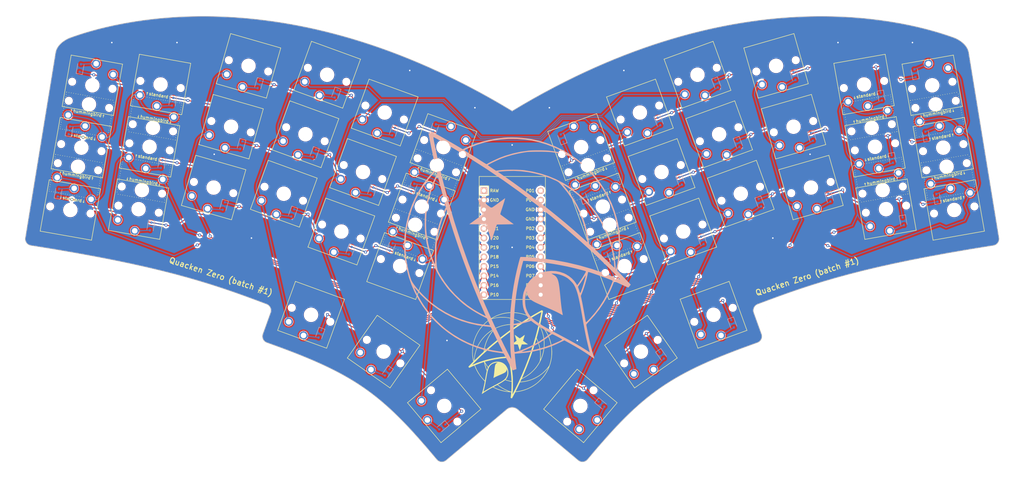
<source format=kicad_pcb>
(kicad_pcb (version 20241229) (generator "pcbnew") (generator_version "9.0")
  (title_block (title "quacken_zero") (rev "v1.0.0") (company "Unknown"))
  (layers (0 "F.Cu" signal) (2 "B.Cu" signal) (13 "F.Paste" user) (15 "B.Paste" user) (5 "F.SilkS" user "F.Silkscreen") (7 "B.SilkS" user "B.Silkscreen") (1 "F.Mask" user) (3 "B.Mask" user) (25 "Edge.Cuts" user))
  (net 0 "")
  (net 1 "RAW")
  (net 2 "GND")
  (net 3 "RST")
  (net 4 "VCC")
  (net 5 "P21")
  (net 6 "P20")
  (net 7 "P19")
  (net 8 "P18")
  (net 9 "P15")
  (net 10 "P14")
  (net 11 "P16")
  (net 12 "P10")
  (net 13 "P1")
  (net 14 "P0")
  (net 15 "P2")
  (net 16 "P3")
  (net 17 "P4")
  (net 18 "P5")
  (net 19 "P6")
  (net 20 "P7")
  (net 21 "P8")
  (net 22 "P9")
  (net 23 "pinky_bottom")
  (net 24 "pinky_home")
  (net 25 "pinky_top")
  (net 26 "ring_bottom")
  (net 27 "ring_home")
  (net 28 "ring_top")
  (net 29 "middle_bottom")
  (net 30 "middle_home")
  (net 31 "middle_top")
  (net 32 "index_bottom")
  (net 33 "index_home")
  (net 34 "index_top")
  (net 35 "tucky_default")
  (net 36 "comfy_default")
  (net 37 "reachy_default")
  (net 38 "mirror_pinky_bottom")
  (net 39 "mirror_pinky_home")
  (net 40 "mirror_pinky_top")
  (net 41 "mirror_ring_bottom")
  (net 42 "mirror_ring_home")
  (net 43 "mirror_ring_top")
  (net 44 "mirror_middle_bottom")
  (net 45 "mirror_middle_home")
  (net 46 "mirror_middle_top")
  (net 47 "mirror_index_bottom")
  (net 48 "mirror_index_home")
  (net 49 "mirror_index_top")
  (net 50 "mirror_tucky_default")
  (net 51 "mirror_comfy_default")
  (net 52 "mirror_reachy_default")
  (net 53 "outer_bottom")
  (net 54 "outer_home")
  (net 55 "outer_top")
  (net 56 "inner_bottom")
  (net 57 "inner_home")
  (net 58 "inner_top")
  (net 59 "mirror_outer_bottom")
  (net 60 "mirror_outer_home")
  (net 61 "mirror_outer_top")
  (net 62 "mirror_inner_bottom")
  (net 63 "mirror_inner_home")
  (net 64 "mirror_inner_top")
  (footprint "PG1350" (layer "F.Cu") (at 302.897782 117.238909 -170)
    (property "Reference" "S16" (hide yes))
    (property "Value" "" (hide yes))
  )
  (footprint "PG1350" (layer "F.Cu") (at 86.817003 100.719856 -10)
    (property "Reference" "S32" (hide yes))
    (property "Value" "" (hide yes))
  )
  (footprint "PG1350" (layer "F.Cu") (at 102.181928 117.238907 170)
    (property "Reference" "S1" (hide yes))
    (property "Value" "" (hide yes))
  )
  (footprint "PG1350" (layer "F.Cu") (at 127.020505 95.096133 164)
    (property "Reference" "S5" (hide yes))
    (property "Value" "" (hide yes))
  )
  (footprint "PG1350" (layer "F.Cu") (at 184.049209 100.566425 -20)
    (property "Reference" "S36" (hide yes))
    (property "Value" "" (hide yes))
  )
  (footprint "PG1350" (layer "F.Cu") (at 256.579933 145.609217 -160)
    (property "Reference" "S28" (hide yes))
    (property "Value" "" (hide yes))
  )
  (footprint "PG1350" (layer "F.Cu") (at 315.310687 83.978128 10)
    (property "Reference" "S39" (hide yes))
    (property "Value" "" (hide yes))
  )
  (footprint "PG1350" (layer "F.Cu") (at 242.625513 107.269755 -160)
    (property "Reference" "S26" (hide yes))
    (property "Value" "" (hide yes))
  )
  (footprint "PG1350" (layer "F.Cu") (at 263.900733 113.094476 -160)
    (property "Reference" "S22" (hide yes))
    (property "Value" "" (hide yes))
  )
  (footprint "ProMicro" (layer "F.Cu") (at 202.539855 126.244529 -90)
    (property "Reference" "MCU1" (hide yes))
    (property "Value" "" (hide yes))
  )
  (footprint "PG1350" (layer "F.Cu") (at 131.706342 78.754685 164)
    (property "Reference" "S6" (hide yes))
    (property "Value" "" (hide yes))
  )
  (footprint "PG1350" (layer "F.Cu") (at 248.439855 123.244532 -160)
    (property "Reference" "S25" (hide yes))
    (property "Value" "" (hide yes))
  )
  (footprint "PG1350" (layer "F.Cu") (at 89.769023 83.978125 -10)
    (property "Reference" "S33" (hide yes))
    (property "Value" "" (hide yes))
  )
  (footprint "Library:logo_ergol_small" (layer "F.Cu") (at 202.504404 155.664972)
    (property "Reference" "G***" (hide yes))
    (property "Value" "LOGO" (hide yes))
  )
  (footprint "PG1350" (layer "F.Cu") (at 178.234865 116.541201 -20)
    (property "Reference" "S35" (hide yes))
    (property "Value" "" (hide yes))
  )
  (footprint "PG1350" (layer "F.Cu") (at 148.499777 145.609215 160)
    (property "Reference" "S13" (hide yes))
    (property "Value" "" (hide yes))
  )
  (footprint "PG1350" (layer "F.Cu") (at 299.945763 100.497179 -170)
    (property "Reference" "S17" (hide yes))
    (property "Value" "" (hide yes))
  )
  (footprint "PG1350" (layer "F.Cu") (at 282.745035 111.437582 -164)
    (property "Reference" "S19" (hide yes))
    (property "Value" "" (hide yes))
  )
  (footprint "PG1350" (layer "F.Cu") (at 226.84484 116.5412 20)
    (property "Reference" "S41" (hide yes))
    (property "Value" "" (hide yes))
  )
  (footprint "PG1350" (layer "F.Cu") (at 252.27205 81.144925 -160)
    (property "Reference" "S24" (hide yes))
    (property "Value" "" (hide yes))
  )
  (footprint "PG1350" (layer "F.Cu") (at 237.090656 155.489817 -145)
    (property "Reference" "S29" (hide yes))
    (property "Value" "" (hide yes))
  )
  (footprint "PG1350" (layer "F.Cu") (at 152.807656 81.144926 160)
    (property "Reference" "S9" (hide yes))
    (property "Value" "" (hide yes))
  )
  (footprint "PG1350" (layer "F.Cu") (at 83.864982 117.461591 -10)
    (property "Reference" "S31" (hide yes))
    (property "Value" "" (hide yes))
  )
  (footprint "PG1350" (layer "F.Cu") (at 184.256957 170.077942 130)
    (property "Reference" "S15" (hide yes))
    (property "Value" "" (hide yes))
  )
  (footprint "PG1350" (layer "F.Cu") (at 167.989053 155.489816 145)
    (property "Reference" "S14" (hide yes))
    (property "Value" "" (hide yes))
  )
  (footprint "PG1350" (layer "F.Cu") (at 168.268536 91.294984 160)
    (property "Reference" "S12" (hide yes))
    (property "Value" "" (hide yes))
  )
  (footprint "PG1350" (layer "F.Cu") (at 105.133944 100.497179 170)
    (property "Reference" "S2" (hide yes))
    (property "Value" "" (hide yes))
  )
  (footprint "PG1350" (layer "F.Cu") (at 258.08639 97.119699 -160)
    (property "Reference" "S23" (hide yes))
    (property "Value" "" (hide yes))
  )
  (footprint "PG1350" (layer "F.Cu") (at 141.178978 113.094476 160)
    (property "Reference" "S7" (hide yes))
    (property "Value" "" (hide yes))
  )
  (footprint "PG1350" (layer "F.Cu") (at 318.262705 100.719854 10)
    (property "Reference" "S38" (hide yes))
    (property "Value" "" (hide yes))
  )
  (footprint "PG1350" (layer "F.Cu") (at 236.811166 91.294981 -160)
    (property "Reference" "S27" (hide yes))
    (property "Value" "" (hide yes))
  )
  (footprint "PG1350" (layer "F.Cu") (at 156.639856 123.244531 160)
    (property "Reference" "S10" (hide yes))
    (property "Value" "" (hide yes))
  )
  (footprint "PG1350" (layer "F.Cu") (at 172.420523 132.515976 -20)
    (property "Reference" "S34" (hide yes))
    (property "Value" "" (hide yes))
  )
  (footprint "PG1350" (layer "F.Cu") (at 296.993745 83.755448 -170)
    (property "Reference" "S18" (hide yes))
    (property "Value" "" (hide yes))
  )
  (footprint "PG1350" (layer "F.Cu") (at 220.822749 170.077938 -130)
    (property "Reference" "S30" (hide yes))
    (property "Value" "" (hide yes))
  )
  (footprint "PG1350" (layer "F.Cu") (at 232.659183 132.515972 20)
    (property "Reference" "S40" (hide yes))
    (property "Value" "" (hide yes))
  )
  (footprint "PG1350" (layer "F.Cu") (at 122.334669 111.43758 164)
    (property "Reference" "S4" (hide yes))
    (property "Value" "" (hide yes))
  )
  (footprint "PG1350" (layer "F.Cu") (at 221.030498 100.566425 20)
    (property "Reference" "S42" (hide yes))
    (property "Value" "" (hide yes))
  )
  (footprint "PG1350" (layer "F.Cu") (at 273.373367 78.754684 -164)
    (property "Reference" "S21" (hide yes))
    (property "Value" "" (hide yes))
  )
  (footprint "PG1350" (layer "F.Cu") (at 278.059201 95.096132 -164)
    (property "Reference" "S20" (hide yes))
    (property "Value" "" (hide yes))
  )
  (footprint "PG1350" (layer "F.Cu") (at 321.214726 117.461588 10)
    (property "Reference" "S37" (hide yes))
    (property "Value" "" (hide yes))
  )
  (footprint "PG1350" (layer "F.Cu") (at 146.993315 97.119701 160)
    (property "Reference" "S8" (hide yes))
    (property "Value" "" (hide yes))
  )
  (footprint "PG1350" (layer "F.Cu") (at 162.454196 107.269757 160)
    (property "Reference" "S11" (hide yes))
    (property "Value" "" (hide yes))
  )
  (footprint "PG1350" (layer "F.Cu") (at 108.085965 83.755448 170)
    (property "Reference" "S3" (hide yes))
    (property "Value" "" (hide yes))
  )
  (footprint "Diode_SMD:D_SOD-323" (layer "B.Cu") (at 257.398902 83.535615 -70)
    (property "Reference" "D24" (hide yes))
    (property "Value" "" (hide yes))
  )
  (footprint "Diode_SMD:D_SOD-323" (layer "B.Cu") (at 164.844884 112.396604 -110)
    (property "Reference" "D11" (hide yes))
    (property "Value" "" (hide yes))
  )
  (footprint "Diode_SMD:D_SOD-323" (layer "B.Cu") (at 247.752363 109.660444 -70)
    (property "Reference" "D26" (hide yes))
    (property "Value" "" (hide yes))
  )
  (footprint "Diode_SMD:D_SOD-323" (layer "B.Cu") (at 227.532332 130.125285 110)
    (property "Reference" "D40" (hide yes))
    (property "Value" "" (hide yes))
  )
  (footprint "Diode_SMD:D_SOD-323" (layer "B.Cu") (at 241.938018 93.685669 -70)
    (property "Reference" "D27" (hide yes))
    (property "Value" "" (hide yes))
  )
  (footprint "Diode_SMD:D_SOD-323" (layer "B.Cu") (at 313.628878 97.475216 100)
    (property "Reference" "D38" (hide yes))
    (property "Value" "" (hide yes))
  )
  (footprint "Diode_SMD:D_SOD-323" (layer "B.Cu") (at 301.627565 87.000086 -80)
    (property "Reference" "D18" (hide yes))
    (property "Value" "" (hide yes))
  )
  (footprint "Diode_SMD:D_SOD-323" (layer "B.Cu") (at 261.706785 147.999902 -70)
    (property "Reference" "D28" (hide yes))
    (property "Value" "" (hide yes))
  )
  (footprint "Diode_SMD:D_SOD-323" (layer "B.Cu") (at 269.027587 115.485161 -70)
    (property "Reference" "D22" (hide yes))
    (property "Value" "" (hide yes))
  )
  (footprint "Diode_SMD:D_SOD-323" (layer "B.Cu") (at 221.717989 114.150512 110)
    (property "Reference" "D41" (hide yes))
    (property "Value" "" (hide yes))
  )
  (footprint "Diode_SMD:D_SOD-323" (layer "B.Cu") (at 149.384007 102.246553 -110)
    (property "Reference" "D8" (hide yes))
    (property "Value" "" (hide yes))
  )
  (footprint "Diode_SMD:D_SOD-323" (layer "B.Cu") (at 125.077169 116.385179 -106)
    (property "Reference" "D4" (hide yes))
    (property "Value" "" (hide yes))
  )
  (footprint "Diode_SMD:D_SOD-323" (layer "B.Cu") (at 80.620343 112.827761 80)
    (property "Reference" "D31" (hide yes))
    (property "Value" "" (hide yes))
  )
  (footprint "Diode_SMD:D_SOD-323" (layer "B.Cu") (at 181.65852 95.439575 70)
    (property "Reference" "D36" (hide yes))
    (property "Value" "" (hide yes))
  )
  (footprint "Diode_SMD:D_SOD-323" (layer "B.Cu") (at 155.198346 86.271772 -110)
    (property "Reference" "D9" (hide yes))
    (property "Value" "" (hide yes))
  )
  (footprint "Diode_SMD:D_SOD-323" (layer "B.Cu") (at 150.890462 150.736069 -110)
    (property "Reference" "D13" (hide yes))
    (property "Value" "" (hide yes))
  )
  (footprint "Diode_SMD:D_SOD-323" (layer "B.Cu") (at 316.5809 114.216951 100)
    (property "Reference" "D37" (hide yes))
    (property "Value" "" (hide yes))
  )
  (footprint "Diode_SMD:D_SOD-323" (layer "B.Cu") (at 175.844177 111.41435 70)
    (property "Reference" "D35" (hide yes))
    (property "Value" "" (hide yes))
  )
  (footprint "Diode_SMD:D_SOD-323" (layer "B.Cu") (at 168.971354 161.060729 -125)
    (property "Reference" "D14" (hide yes))
    (property "Value" "" (hide yes))
  )
  (footprint "Diode_SMD:D_SOD-323" (layer "B.Cu") (at 253.566706 125.635221 -70)
    (property "Reference" "D25" (hide yes))
    (property "Value" "" (hide yes))
  )
  (footprint "Diode_SMD:D_SOD-323" (layer "B.Cu") (at 108.378581 105.131002 -100)
    (property "Reference" "D2" (hide yes))
    (property "Value" "" (hide yes))
  )
  (footprint "Diode_SMD:D_SOD-323" (layer "B.Cu") (at 129.763003 100.043728 -106)
    (property "Reference" "D5" (hide yes))
    (property "Value" "" (hide yes))
  )
  (footprint "Diode_SMD:D_SOD-323" (layer "B.Cu") (at 83.572364 96.086035 80)
    (property "Reference" "D32" (hide yes))
    (property "Value" "" (hide yes))
  )
  (footprint "Diode_SMD:D_SOD-323" (layer "B.Cu") (at 287.692633 114.18008 -74)
    (property "Reference" "D19" (hide yes))
    (property "Value" "" (hide yes))
  )
  (footprint "Diode_SMD:D_SOD-323" (layer "B.Cu") (at 226.458075 169.584912 -40)
    (property "Reference" "D30" (hide yes))
    (property "Value" "" (hide yes))
  )
  (footprint "Diode_SMD:D_SOD-323" (layer "B.Cu") (at 170.659231 96.421834 -110)
    (property "Reference" "D12" (hide yes))
    (property "Value" "" (hide yes))
  )
  (footprint "Diode_SMD:D_SOD-323" (layer "B.Cu") (at 134.44884 83.70228 -106)
    (property "Reference" "D6" (hide yes))
    (property "Value" "" (hide yes))
  )
  (footprint "Diode_SMD:D_SOD-323" (layer "B.Cu") (at 242.661565 156.472119 -55)
    (property "Reference" "D29" (hide yes))
    (property "Value" "" (hide yes))
  )
  (footprint "Diode_SMD:D_SOD-323" (layer "B.Cu") (at 215.903646 98.175736 110)
    (property "Reference" "D42" (hide yes))
    (property "Value" "" (hide yes))
  )
  (footprint "Diode_SMD:D_SOD-323" (layer "B.Cu") (at 159.030542 128.371379 -110)
    (property "Reference" "D10" (hide yes))
    (property "Value" "" (hide yes))
  )
  (footprint "Diode_SMD:D_SOD-323" (layer "B.Cu") (at 283.006799 97.838632 -74)
    (property "Reference" "D20" (hide yes))
    (property "Value" "" (hide yes))
  )
  (footprint "Diode_SMD:D_SOD-323" (layer "B.Cu") (at 86.524385 79.344301 80)
    (property "Reference" "D33" (hide yes))
    (property "Value" "" (hide yes))
  )
  (footprint "Library:logo_ergol" (layer "B.Cu") (at 202.5 127 180)
    (property "Reference" "G***" (hide yes))
    (property "Value" "LOGO" (hide yes))
  )
  (footprint "Diode_SMD:D_SOD-323" (layer "B.Cu") (at 263.213243 99.510391 -70)
    (property "Reference" "D23" (hide yes))
    (property "Value" "" (hide yes))
  )
  (footprint "Diode_SMD:D_SOD-323" (layer "B.Cu") (at 304.579587 103.741817 -80)
    (property "Reference" "D17" (hide yes))
    (property "Value" "" (hide yes))
  )
  (footprint "Diode_SMD:D_SOD-323" (layer "B.Cu") (at 307.531605 120.483548 -80)
    (property "Reference" "D16" (hide yes))
    (property "Value" "" (hide yes))
  )
  (footprint "Diode_SMD:D_SOD-323" (layer "B.Cu") (at 105.426566 121.872735 -100)
    (property "Reference" "D1" (hide yes))
    (property "Value" "" (hide yes))
  )
  (footprint "Diode_SMD:D_SOD-323" (layer "B.Cu") (at 111.330604 88.389269 -100)
    (property "Reference" "D3" (hide yes))
    (property "Value" "" (hide yes))
  )
  (footprint "Diode_SMD:D_SOD-323" (layer "B.Cu") (at 278.320963 81.497181 -74)
    (property "Reference" "D21" (hide yes))
    (property "Value" "" (hide yes))
  )
  (footprint "Diode_SMD:D_SOD-323" (layer "B.Cu") (at 183.763933 175.713267 -140)
    (property "Reference" "D15" (hide yes))
    (property "Value" "" (hide yes))
  )
  (footprint "Diode_SMD:D_SOD-323" (layer "B.Cu") (at 310.676863 80.733486 100)
    (property "Reference" "D39" (hide yes))
    (property "Value" "" (hide yes))
  )
  (footprint "Diode_SMD:D_SOD-323" (layer "B.Cu") (at 170.029833 127.389125 70)
    (property "Reference" "D34" (hide yes))
    (property "Value" "" (hide yes))
  )
  (footprint "Diode_SMD:D_SOD-323" (layer "B.Cu") (at 143.569661 118.221325 -110)
    (property "Reference" "D7" (hide yes))
    (property "Value" "" (hide yes))
  )
  (gr_curve (pts (xy 182.249179 184.465132) (xy 167.301176 166.587043) (xy 160.080316 161.434049) (xy 136.617197 153.082033)) (stroke (width 0.15)) (layer "Edge.Cuts"))
  (gr_arc (start 267.401043 145.060541) (mid 267.461117 143.68417) (end 268.476855 142.753456) (stroke (width 0.15)) (layer "Edge.Cuts"))
  (gr_arc (start 184.78508 184.686994) (mid 183.471195 185.101226) (end 182.249178 184.465133) (stroke (width 0.15)) (layer "Edge.Cuts"))
  (gr_curve (pts (xy 83.641202 71.256411) (xy 83.641202 71.256411) (xy 80.308502 72.517819) (xy 79.881663 75.250675)) (stroke (width 0.15)) (layer "Edge.Cuts"))
  (gr_curve (pts (xy 202.504403 90.847103) (xy 140.904402 53.547106) (xy 94.804401 67.147103) (xy 83.641202 71.256411)) (stroke (width 0.15)) (layer "Edge.Cuts"))
  (gr_curve (pts (xy 321.367604 71.256411) (xy 321.367604 71.256411) (xy 324.700301 72.517817) (xy 325.12714 75.250673)) (stroke (width 0.15)) (layer "Edge.Cuts"))
  (gr_line (start 325.12714 75.250673) (end 333.240803 124.91039) (stroke (width 0.15)) (layer "Edge.Cuts"))
  (gr_arc (start 136.53195 142.753455) (mid 137.547646 143.684205) (end 137.607761 145.060539) (stroke (width 0.15)) (layer "Edge.Cuts"))
  (gr_line (start 79.881663 75.250675) (end 71.768002 124.910388) (stroke (width 0.15)) (layer "Edge.Cuts"))
  (gr_curve (pts (xy 270.754421 146.117808) (xy 270.754421 146.117808) (xy 270.754421 146.117808) (xy 270.754421 146.117808)) (stroke (width 0.05)) (layer "Edge.Cuts"))
  (gr_curve (pts (xy 222.759627 184.465131) (xy 237.707629 166.587043) (xy 244.928489 161.43405) (xy 268.391608 153.082033)) (stroke (width 0.15)) (layer "Edge.Cuts"))
  (gr_arc (start 200.901532 171.164971) (mid 202.501524 170.502221) (end 204.101531 171.164973) (stroke (width 0.15)) (layer "Edge.Cuts"))
  (gr_curve (pts (xy 202.504403 90.847103) (xy 264.104402 53.547107) (xy 310.204404 67.147103) (xy 321.367604 71.256411)) (stroke (width 0.15)) (layer "Edge.Cuts"))
  (gr_arc (start 222.759629 184.465133) (mid 221.537616 185.101283) (end 220.223725 184.686994) (stroke (width 0.15)) (layer "Edge.Cuts"))
  (gr_curve (pts (xy 331.78072 126.995613) (xy 297.261534 132.452226) (xy 283.852573 136.942148) (xy 268.476855 142.753456)) (stroke (width 0.15)) (layer "Edge.Cuts"))
  (gr_line (start 184.785054 184.686965) (end 200.899986 171.164971) (stroke (width 0.15)) (layer "Edge.Cuts"))
  (gr_line (start 267.405263 145.059002) (end 269.467496 150.774864) (stroke (width 0.15)) (layer "Edge.Cuts"))
  (gr_arc (start 333.240801 124.910389) (mid 332.942627 126.255388) (end 331.78072 126.995613) (stroke (width 0.15)) (layer "Edge.Cuts"))
  (gr_curve (pts (xy 73.228089 126.995612) (xy 107.747272 132.452226) (xy 121.156234 136.942149) (xy 136.53195 142.753455)) (stroke (width 0.15)) (layer "Edge.Cuts"))
  (gr_curve (pts (xy 128.903247 146.117806) (xy 128.903247 146.117806) (xy 128.903247 146.117806) (xy 128.903247 146.117806)) (stroke (width 0.05)) (layer "Edge.Cuts"))
  (gr_arc (start 136.617118 153.081939) (mid 135.601417 152.151201) (end 135.541305 150.77486) (stroke (width 0.15)) (layer "Edge.Cuts"))
  (gr_line (start 220.223725 184.686994) (end 204.10882 171.164971) (stroke (width 0.15)) (layer "Edge.Cuts"))
  (gr_arc (start 73.228089 126.995612) (mid 72.066169 126.255387) (end 71.768002 124.910388) (stroke (width 0.15)) (layer "Edge.Cuts"))
  (gr_arc (start 269.467498 150.774861) (mid 269.407388 152.151201) (end 268.391686 153.081939) (stroke (width 0.15)) (layer "Edge.Cuts"))
  (gr_line (start 137.60354 145.059002) (end 135.541307 150.774864) (stroke (width 0.15)) (layer "Edge.Cuts"))
  (gr_text "Quacken Zero (batch #1)" (at 124.004403 136.164971 342) (layer "F.SilkS") (effects (font (size 1.5 1.5) (thickness 0.25) (bold yes)) (justify bottom)))
  (gr_text "Quacken Zero (batch #1)" (at 282.004403 136.164971 18) (layer "F.SilkS") (effects (font (size 1.5 1.5) (thickness 0.25) (bold yes)) (justify bottom)))
  (via (at 220 152.5) (size 0.8) (drill 0.4) (layers "F.Cu" "B.Cu") (net 2))
  (via (at 132.5 125) (size 0.8) (drill 0.4) (layers "F.Cu" "B.Cu") (net 2))
  (via (at 112.5 72.5) (size 0.8) (drill 0.4) (layers "F.Cu" "B.Cu") (net 2))
  (via (at 122.5 102.5) (size 0.8) (drill 0.4) (layers "F.Cu" "B.Cu") (net 2))
  (via (at 202.5 100) (size 0.8) (drill 0.4) (layers "F.Cu" "B.Cu") (net 2))
  (via (at 175 80) (size 0.8) (drill 0.4) (layers "F.Cu" "B.Cu") (net 2))
  (via (at 202.5 127.5) (size 0.8) (drill 0.4) (layers "F.Cu" "B.Cu") (net 2))
  (via (at 232.5 80) (size 0.8) (drill 0.4) (layers "F.Cu" "B.Cu") (net 2))
  (via (at 95 72.5) (size 0.8) (drill 0.4) (layers "F.Cu" "B.Cu") (net 2))
  (via (at 290 72.5) (size 0.8) (drill 0.4) (layers "F.Cu" "B.Cu") (net 2))
  (via (at 272.5 125) (size 0.8) (drill 0.4) (layers "F.Cu" "B.Cu") (net 2))
  (via (at 310 72.5) (size 0.8) (drill 0.4) (layers "F.Cu" "B.Cu") (net 2))
  (via (at 212.5 90) (size 0.8) (drill 0.4) (layers "F.Cu" "B.Cu") (net 2))
  (via (at 185 152.5) (size 0.8) (drill 0.4) (layers "F.Cu" "B.Cu") (net 2))
  (via (at 282.5 102.5) (size 0.8) (drill 0.4) (layers "F.Cu" "B.Cu") (net 2))
  (via (at 192.5 90) (size 0.8) (drill 0.4) (layers "F.Cu" "B.Cu") (net 2))
  (segment (start 104.891858 85.023815) (end 105.821649 86.351694) (width 0.25) (layer "F.Cu") (net 6))
  (segment (start 174.777118 96.803237) (end 177.540628 95.058173) (width 0.25) (layer "F.Cu") (net 6))
  (segment (start 164.869985 93.197332) (end 174.777118 96.803237) (width 0.25) (layer "F.Cu") (net 6))
  (segment (start 164.258362 91.885706) (end 164.869985 93.197332) (width 0.25) (layer "F.Cu") (net 6))
  (segment (start 159.316242 86.653181) (end 161.244728 90.788834) (width 0.25) (layer "F.Cu") (net 6))
  (segment (start 177.540628 95.058173) (end 186.881959 98.45814) (width 0.25) (layer "F.Cu") (net 6))
  (segment (start 192.716562 109.530244) (end 186.891562 103.705244) (width 0.25) (layer "F.Cu") (net 6))
  (segment (start 153.669339 89.286375) (end 159.316242 86.653181) (width 0.25) (layer "F.Cu") (net 6))
  (segment (start 161.244728 90.788834) (end 164.258362 91.885706) (width 0.25) (layer "F.Cu") (net 6))
  (segment (start 186.891562 103.705244) (end 186.89156 98.478731) (width 0.25) (layer "F.Cu") (net 6))
  (segment (start 93.566568 83.026859) (end 104.891858 85.023815) (width 0.25) (layer "F.Cu") (net 6))
  (segment (start 138.583304 83.795508) (end 153.669339 89.286375) (width 0.25) (layer "F.Cu") (net 6))
  (segment (start 92.552617 81.578792) (end 93.566568 83.026859) (width 0.25) (layer "F.Cu") (net 6))
  (segment (start 90.139838 81.153352) (end 92.552617 81.578792) (width 0.25) (layer "F.Cu") (net 6))
  (segment (start 192.716563 122.771236) (end 192.716561 111.105243) (width 0.25) (layer "F.Cu") (net 6))
  (segment (start 105.821649 86.351694) (end 115.452163 88.049814) (width 0.25) (layer "F.Cu") (net 6))
  (segment (start 129.076602 90.452172) (end 138.583304 83.795508) (width 0.25) (layer "F.Cu") (net 6))
  (segment (start 115.452163 88.049814) (end 129.076602 90.452172) (width 0.25) (layer "F.Cu") (net 6))
  (segment (start 194.919854 124.97453) (end 192.716563 122.771236) (width 0.25) (layer "F.Cu") (net 6))
  (segment (start 186.881959 98.45814) (end 186.89156 98.478731) (width 0.25) (layer "F.Cu") (net 6))
  (segment (start 192.716561 111.105243) (end 192.716562 109.530244) (width 0.25) (layer "F.Cu") (net 6))
  (via (at 115.452163 88.049814) (size 0.8) (drill 0.4) (layers "F.Cu" "B.Cu") (net 6))
  (via (at 177.540628 95.058173) (size 0.8) (drill 0.4) (layers "F.Cu" "B.Cu") (net 6))
  (via (at 159.316242 86.653181) (size 0.8) (drill 0.4) (layers "F.Cu" "B.Cu") (net 6))
  (via (at 174.777118 96.803237) (size 0.8) (drill 0.4) (layers "F.Cu" "B.Cu") (net 6))
  (via (at 138.583304 83.795508) (size 0.8) (drill 0.4) (layers "F.Cu" "B.Cu") (net 6))
  (via (at 90.139838 81.153352) (size 0.8) (drill 0.4) (layers "F.Cu" "B.Cu") (net 6))
  (segment (start 111.512933 87.355219) (end 115.452163 88.049814) (width 0.25) (layer "B.Cu") (net 6))
  (segment (start 134.738258 82.692956) (end 138.583304 83.795508) (width 0.25) (layer "B.Cu") (net 6))
  (segment (start 155.557469 85.2851) (end 159.316242 86.653181) (width 0.25) (layer "B.Cu") (net 6))
  (segment (start 181.299398 96.426253) (end 177.540628 95.058173) (width 0.25) (layer "B.Cu") (net 6))
  (segment (start 171.018352 95.435155) (end 174.777118 96.803237) (width 0.25) (layer "B.Cu") (net 6))
  (segment (start 86.342053 80.37835) (end 90.139838 81.153352) (width 0.25) (layer "B.Cu") (net 6))
  (segment (start 194.919855 127.514529) (end 184.096637 116.69131) (width 0.25) (layer "F.Cu") (net 7))
  (segment (start 112.500145 104.791546) (end 124.282886 106.869162) (width 0.25) (layer "F.Cu") (net 7))
  (segment (start 90.733637 99.814976) (end 102.058926 101.811929) (width 0.25) (layer "F.Cu") (net 7))
  (segment (start 153.492406 102.679479) (end 155.420893 106.815133) (width 0.25) (layer "F.Cu") (net 7))
  (segment (start 102.058926 101.811929) (end 102.988717 103.13981) (width 0.25) (layer "F.Cu") (net 7))
  (segment (start 102.988717 103.13981) (end 112.619232 104.83793) (width 0.25) (layer "F.Cu") (net 7))
  (segment (start 158.434527 107.912004) (end 159.046148 109.223631) (width 0.25) (layer "F.Cu") (net 7))
  (segment (start 133.897471 100.136954) (end 147.908073 105.236397) (width 0.25) (layer "F.Cu") (net 7))
  (segment (start 87.306908 97.94147) (end 89.719688 98.366907) (width 0.25) (layer "F.Cu") (net 7))
  (segment (start 155.420893 106.815133) (end 158.434527 107.912004) (width 0.25) (layer "F.Cu") (net 7))
  (segment (start 124.282886 106.869162) (end 133.897471 100.136954) (width 0.25) (layer "F.Cu") (net 7))
  (segment (start 147.908073 105.236397) (end 153.501894 102.627954) (width 0.25) (layer "F.Cu") (net 7))
  (segment (start 182.319722 116.044567) (end 184.096637 116.69131) (width 0.25) (layer "F.Cu") (net 7))
  (segment (start 171.726284 111.032944) (end 181.670521 114.65235) (width 0.25) (layer "F.Cu") (net 7))
  (segment (start 181.670521 114.65235) (end 182.319722 116.044567) (width 0.25) (layer "F.Cu") (net 7))
  (segment (start 159.046148 109.223631) (end 168.953287 112.829535) (width 0.25) (layer "F.Cu") (net 7))
  (segment (start 89.719688 98.366907) (end 90.733637 99.814976) (width 0.25) (layer "F.Cu") (net 7))
  (segment (start 168.962779 112.778015) (end 171.726284 111.032944) (width 0.25) (layer "F.Cu") (net 7))
  (via (at 171.726284 111.032944) (size 0.8) (drill 0.4) (layers "F.Cu" "B.Cu") (net 7))
  (via (at 87.306908 97.94147) (size 0.8) (drill 0.4) (layers "F.Cu" "B.Cu") (net 7))
  (via (at 153.501894 102.627954) (size 0.8) (drill 0.4) (layers "F.Cu" "B.Cu") (net 7))
  (via (at 112.500145 104.791546) (size 0.8) (drill 0.4) (layers "F.Cu" "B.Cu") (net 7))
  (via (at 133.897471 100.136954) (size 0.8) (drill 0.4) (layers "F.Cu" "B.Cu") (net 7))
  (via (at 168.962779 112.778015) (size 0.8) (drill 0.4) (layers "F.Cu" "B.Cu") (net 7))
  (segment (start 83.509118 97.166467) (end 87.306908 97.94147) (width 0.25) (layer "B.Cu") (net 7))
  (segment (start 149.743123 101.259874) (end 153.501894 102.627954) (width 0.25) (layer "B.Cu") (net 7))
  (segment (start 108.560915 104.096958) (end 112.500145 104.791546) (width 0.25) (layer "B.Cu") (net 7))
  (segment (start 175.485057 112.401024) (end 171.726284 111.032944) (width 0.25) (layer "B.Cu") (net 7))
  (segment (start 165.204009 111.409931) (end 168.962779 112.778015) (width 0.25) (layer "B.Cu") (net 7))
  (segment (start 130.052422 99.034403) (end 133.897471 100.136954) (width 0.25) (layer "B.Cu") (net 7))
  (segment (start 142.146805 121.186423) (end 147.687552 118.602731) (width 0.25) (layer "F.Cu") (net 8))
  (segment (start 87.703313 116.494034) (end 99.028601 118.490987) (width 0.25) (layer "F.Cu") (net 8))
  (segment (start 175.58801 131.474219) (end 178.396636 132.496476) (width 0.25) (layer "F.Cu") (net 8))
  (segment (start 86.689364 115.045964) (end 87.703313 116.494034) (width 0.25) (layer "F.Cu") (net 8))
  (segment (start 163.148436 128.752784) (end 165.911945 127.00772) (width 0.25) (layer "F.Cu") (net 8))
  (segment (start 129.211634 116.478407) (end 142.146805 121.186423) (width 0.25) (layer "F.Cu") (net 8))
  (segment (start 149.637603 122.772836) (end 152.651235 123.86971) (width 0.25) (layer "F.Cu") (net 8))
  (segment (start 99.958393 119.818868) (end 109.588912 121.516989) (width 0.25) (layer "F.Cu") (net 8))
  (segment (start 99.028601 118.490987) (end 99.958393 119.818868) (width 0.25) (layer "F.Cu") (net 8))
  (segment (start 111.893804 121.946882) (end 117.127976 118.281876) (width 0.25) (layer "F.Cu") (net 8))
  (segment (start 124.72334 119.621143) (end 129.211634 116.478407) (width 0.25) (layer "F.Cu") (net 8))
  (segment (start 147.709113 118.637179) (end 149.637603 122.772836) (width 0.25) (layer "F.Cu") (net 8))
  (segment (start 84.276585 114.620528) (end 86.689364 115.045964) (width 0.25) (layer "F.Cu") (net 8))
  (segment (start 153.262857 125.18133) (end 163.169995 128.787234) (width 0.25) (layer "F.Cu") (net 8))
  (segment (start 117.127976 118.281876) (end 124.72334 119.621143) (width 0.25) (layer "F.Cu") (net 8))
  (segment (start 175.05744 130.336408) (end 175.58801 131.474219) (width 0.25) (layer "F.Cu") (net 8))
  (segment (start 109.548125 121.533275) (end 111.893804 121.946882) (width 0.25) (layer "F.Cu") (net 8))
  (segment (start 178.396636 132.496476) (end 192.477908 132.496477) (width 0.25) (layer "F.Cu") (net 8))
  (segment (start 165.911945 127.00772) (end 175.05744 130.336408) (width 0.25) (layer "F.Cu") (net 8))
  (segment (start 152.651235 123.86971) (end 153.262857 125.18133) (width 0.25) (layer "F.Cu") (net 8))
  (segment (start 192.477908 132.496477) (end 194.919854 130.054531) (width 0.25) (layer "F.Cu") (net 8))
  (via (at 165.911945 127.00772) (size 0.8) (drill 0.4) (layers "F.Cu" "B.Cu") (net 8))
  (via (at 109.548125 121.533275) (size 0.8) (drill 0.4) (layers "F.Cu" "B.Cu") (net 8))
  (via (at 163.148436 128.752784) (size 0.8) (drill 0.4) (layers "F.Cu" "B.Cu") (net 8))
  (via (at 84.276585 114.620528) (size 0.8) (drill 0.4) (layers "F.Cu" "B.Cu") (net 8))
  (via (at 147.687552 118.602731) (size 0.8) (drill 0.4) (layers "F.Cu" "B.Cu") (net 8))
  (via (at 129.211634 116.478407) (size 0.8) (drill 0.4) (layers "F.Cu" "B.Cu") (net 8))
  (segment (start 105.608897 120.838686) (end 109.548125 121.533275) (width 0.25) (layer "B.Cu") (net 8))
  (segment (start 159.389663 127.384706) (end 163.148436 128.752784) (width 0.25) (layer "B.Cu") (net 8))
  (segment (start 80.478796 113.845521) (end 84.276585 114.620528) (width 0.25) (layer "B.Cu") (net 8))
  (segment (start 169.670716 128.375804) (end 165.911945 127.00772) (width 0.25) (layer "B.Cu") (net 8))
  (segment (start 125.366589 115.375856) (end 129.211634 116.478407) (width 0.25) (layer "B.Cu") (net 8))
  (segment (start 143.928782 117.234649) (end 147.687552 118.602731) (width 0.25) (layer "B.Cu") (net 8))
  (segment (start 217.112867 149.07043) (end 276.965059 127.286014) (width 0.25) (layer "F.Cu") (net 9))
  (segment (start 276.965059 127.286014) (end 277.128821 126.934824) (width 0.25) (layer "F.Cu") (net 9))
  (segment (start 194.919855 132.594532) (end 195.447784 132.84071) (width 0.25) (layer "F.Cu") (net 9))
  (segment (start 121.576054 124.817143) (end 179.514842 145.905137) (width 0.25) (layer "F.Cu") (net 9))
  (segment (start 195.447784 132.84071) (end 198.133742 140.22032) (width 0.25) (layer "F.Cu") (net 9))
  (segment (start 194.919855 132.594533) (end 194.337201 132.866229) (width 0.25) (layer "F.Cu") (net 9))
  (segment (start 121.576054 124.817143) (end 121.412292 124.465953) (width 0.25) (layer "F.Cu") (net 9))
  (segment (start 179.514842 145.905137) (end 191.651243 140.24584) (width 0.25) (layer "F.Cu") (net 9))
  (segment (start 198.133742 140.22032) (end 217.112867 149.07043) (width 0.25) (layer "F.Cu") (net 9))
  (segment (start 191.651243 140.24584) (end 194.337201 132.866229) (width 0.25) (layer "F.Cu") (net 9))
  (via (at 121.412292 124.465953) (size 0.8) (drill 0.4) (layers "F.Cu" "B.Cu") (net 9))
  (via (at 277.128821 126.934824) (size 0.8) (drill 0.4) (layers "F.Cu" "B.Cu") (net 9))
  (segment (start 275.295259 113.573773) (end 272.263247 102.999893) (width 0.25) (layer "B.Cu") (net 9))
  (segment (start 278.986149 116.468563) (end 280.31142 120.109718) (width 0.25) (layer "B.Cu") (net 9))
  (segment (start 116.48094 113.712188) (end 121.448769 124.365733) (width 0.25) (layer "B.Cu") (net 9))
  (segment (start 270.609423 97.232323) (end 267.577414 86.658441) (width 0.25) (layer "B.Cu") (net 9))
  (segment (start 277.128821 126.934824) (end 280.31142 120.109718) (width 0.25) (layer "B.Cu") (net 9))
  (segment (start 121.448769 124.365733) (end 121.412292 124.465953) (width 0.25) (layer "B.Cu") (net 9))
  (segment (start 119.570728 92.959943) (end 122.602738 82.386063) (width 0.25) (layer "B.Cu") (net 9))
  (segment (start 114.884894 109.301392) (end 117.916904 98.727516) (width 0.25) (layer "B.Cu") (net 9))
  (arc (start 121.387285 96.601734) (mid 119.0513 97.492352) (end 117.916904 98.727516) (width 0.25) (layer "B.Cu") (net 9))
  (arc (start 269.39397 83.016657) (mid 267.884903 85.009823) (end 267.577414 86.658441) (width 0.25) (layer "B.Cu") (net 9))
  (arc (start 121.180556 97.322677) (mid 119.740396 95.089195) (end 119.570728 92.959943) (width 0.25) (layer "B.Cu") (net 9))
  (arc (start 274.286532 100.079053) (mid 271.881643 98.948117) (end 270.609423 97.232323) (width 0.25) (layer "B.Cu") (net 9))
  (arc (start 274.079807 99.358105) (mid 272.570735 101.351276) (end 272.263247 102.999893) (width 0.25) (layer "B.Cu") (net 9))
  (arc (start 126.073121 80.260283) (mid 123.737143 81.150902) (end 122.602738 82.386063) (width 0.25) (layer "B.Cu") (net 9))
  (arc (start 116.494722 113.664126) (mid 115.054564 111.430646) (end 114.884894 109.301392) (width 0.25) (layer "B.Cu") (net 9))
  (arc (start 278.972369 116.420501) (mid 276.56748 115.289569) (end 275.295259 113.573773) (width 0.25) (layer "B.Cu") (net 9))
  (segment (start 194.919855 135.134529) (end 195.347395 135.333895) (width 0.25) (layer "F.Cu") (net 10))
  (segment (start 120.460268 124.890973) (end 179.536135 146.392831) (width 0.25) (layer "F.Cu") (net 10))
  (segment (start 197.138035 140.253637) (end 217.091574 149.558125) (width 0.25) (layer "F.Cu") (net 10))
  (segment (start 288.910573 123.418146) (end 288.911855 123.418744) (width 0.25) (layer "F.Cu") (net 10))
  (segment (start 195.347395 135.333895) (end 197.138035 140.253637) (width 0.25) (layer "F.Cu") (net 10))
  (segment (start 217.091574 149.558125) (end 288.910573 123.418146) (width 0.25) (layer "F.Cu") (net 10))
  (segment (start 118.579941 124.207492) (end 120.460268 124.890973) (width 0.25) (layer "F.Cu") (net 10))
  (segment (start 179.536135 146.392831) (end 192.586638 140.307281) (width 0.25) (layer "F.Cu") (net 10))
  (segment (start 194.377281 135.387536) (end 194.919854 135.134531) (width 0.25) (layer "F.Cu") (net 10))
  (segment (start 192.586638 140.307281) (end 194.377281 135.387536) (width 0.25) (layer "F.Cu") (net 10))
  (via (at 118.579941 124.207492) (size 0.8) (drill 0.4) (layers "F.Cu" "B.Cu") (net 10))
  (via (at 288.911855 123.418744) (size 0.8) (drill 0.4) (layers "F.Cu" "B.Cu") (net 10))
  (segment (start 295.265523 118.584679) (end 293.355391 107.751801) (width 0.25) (layer "B.Cu") (net 10))
  (segment (start 288.911855 123.418744) (end 293.849365 121.621637) (width 0.25) (layer "B.Cu") (net 10))
  (segment (start 97.501685 99.151405) (end 99.411814 88.318519) (width 0.25) (layer "B.Cu") (net 10))
  (segment (start 293.849365 121.621637) (end 295.265523 118.584679) (width 0.25) (layer "B.Cu") (net 10))
  (segment (start 111.620817 92.502151) (end 106.696777 91.633908) (width 0.25) (layer "B.Cu") (net 10))
  (segment (start 108.668801 109.243882) (end 103.74476 108.37564) (width 0.25) (layer "B.Cu") (net 10))
  (segment (start 306.258985 107.507398) (end 301.334951 108.375643) (width 0.25) (layer "B.Cu") (net 10))
  (segment (start 292.3135 101.842953) (end 290.403371 91.010066) (width 0.25) (layer "B.Cu") (net 10))
  (segment (start 303.306965 90.765665) (end 298.38293 91.633908) (width 0.25) (layer "B.Cu") (net 10))
  (segment (start 94.549666 115.893138) (end 96.459796 105.060252) (width 0.25) (layer "B.Cu") (net 10))
  (segment (start 115.046789 122.92153) (end 108.668798 109.243883) (width 0.25) (layer "B.Cu") (net 10))
  (segment (start 118.579941 124.207492) (end 115.046789 122.92153) (width 0.25) (layer "B.Cu") (net 10))
  (arc (start 99.688959 102.58336) (mid 97.458874 103.713278) (end 96.459796 105.060252) (width 0.25) (layer "B.Cu") (net 10))
  (arc (start 96.606707 120.063699) (mid 94.940975 117.99299) (end 94.549666 115.893138) (width 0.25) (layer "B.Cu") (net 10))
  (arc (start 103.74476 108.37564) (mid 100.963986 106.869886) (end 99.287906 103.274214) (width 0.25) (layer "B.Cu") (net 10))
  (arc (start 295.542668 104.319841) (mid 293.833525 106.14435) (end 293.355391 107.751801) (width 0.25) (layer "B.Cu") (net 10))
  (arc (start 295.672902 105.058449) (mid 293.399406 103.68233) (end 292.3135 101.842953) (width 0.25) (layer "B.Cu") (net 10))
  (arc (start 106.696777 91.633908) (mid 103.916002 90.128156) (end 102.239922 86.532481) (width 0.25) (layer "B.Cu") (net 10))
  (arc (start 99.558724 103.321966) (mid 97.892997 101.251258) (end 97.501685 99.151405) (width 0.25) (layer "B.Cu") (net 10))
  (arc (start 102.640983 85.841629) (mid 100.410893 86.971542) (end 99.411814 88.318519) (width 0.25) (layer "B.Cu") (net 10))
  (arc (start 292.590651 87.578113) (mid 290.881506 89.40262) (end 290.403371 91.010066) (width 0.25) (layer "B.Cu") (net 10))
  (arc (start 298.624922 121.800181) (mid 296.351423 120.424061) (end 295.265523 118.584679) (width 0.25) (layer "B.Cu") (net 10))
  (arc (start 298.38293 91.633908) (mid 295.254855 91.170043) (end 292.450061 88.364474) (width 0.25) (layer "B.Cu") (net 10))
  (arc (start 301.334951 108.375643) (mid 298.206878 107.911777) (end 295.402082 105.1062) (width 0.25) (layer "B.Cu") (net 10))
  (segment (start 195.347395 137.873895) (end 194.919855 137.67453) (width 0.25) (layer "F.Cu") (net 11))
  (segment (start 284.202855 125.61156) (end 287.246923 127.031032) (width 0.25) (layer "F.Cu") (net 11))
  (segment (start 194.260173 137.982146) (end 193.364852 140.442019) (width 0.25) (layer "F.Cu") (net 11))
  (segment (start 120.845689 125.511199) (end 117.961834 126.855963) (width 0.25) (layer "F.Cu") (net 11))
  (segment (start 194.919853 137.674531) (end 194.260173 137.982146) (width 0.25) (layer "F.Cu") (net 11))
  (segment (start 179.557428 146.880525) (end 120.845689 125.511199) (width 0.25) (layer "F.Cu") (net 11))
  (segment (start 196.242717 140.333766) (end 217.070282 150.045818) (width 0.25) (layer "F.Cu") (net 11))
  (segment (start 179.557428 146.880525) (end 193.364852 140.442019) (width 0.25) (layer "F.Cu") (net 11))
  (segment (start 217.070282 150.045818) (end 284.202855 125.61156) (width 0.25) (layer "F.Cu") (net 11))
  (segment (start 196.242717 140.333766) (end 195.347395 137.873895) (width 0.25) (layer "F.Cu") (net 11))
  (via (at 117.961834 126.855963) (size 0.8) (drill 0.4) (layers "F.Cu" "B.Cu") (net 11))
  (via (at 287.246923 127.031032) (size 0.8) (drill 0.4) (layers "F.Cu" "B.Cu") (net 11))
  (segment (start 324.013923 115.992734) (end 325.478901 112.851077) (width 0.25) (layer "B.Cu") (net 11))
  (segment (start 83.282148 91.973156) (end 88.206187 92.841396) (width 0.25) (layer "B.Cu") (net 11))
  (segment (start 322.942949 82.632349) (end 324.853077 93.465238) (width 0.25) (layer "B.Cu") (net 11))
  (segment (start 324.902339 118.433635) (end 324.013923 115.992734) (width 0.25) (layer "B.Cu") (net 11))
  (segment (start 94.449262 102.06563) (end 92.539134 112.898513) (width 0.25) (layer "B.Cu") (net 11))
  (segment (start 319.016908 122.145419) (end 324.020772 120.324161) (width 0.25) (layer "B.Cu") (net 11))
  (segment (start 97.40128 85.3239) (end 95.491149 96.156786) (width 0.25) (layer "B.Cu") (net 11))
  (segment (start 324.020772 120.324161) (end 324.902339 118.433635) (width 0.25) (layer "B.Cu") (net 11))
  (segment (start 287.246923 127.031032) (end 293.655486 130.019395) (width 0.25) (layer "B.Cu") (net 11))
  (segment (start 311.94948 93.709634) (end 316.873519 92.841393) (width 0.25) (layer "B.Cu") (net 11))
  (segment (start 93.409373 123.08086) (end 89.448883 114.58756) (width 0.25) (layer "B.Cu") (net 11))
  (segment (start 325.894967 99.374083) (end 327.805094 110.20697) (width 0.25) (layer "B.Cu") (net 11))
  (segment (start 314.901499 110.451368) (end 319.825537 109.58313) (width 0.25) (layer "B.Cu") (net 11))
  (segment (start 317.382726 121.383386) (end 319.016908 122.145419) (width 0.25) (layer "B.Cu") (net 11))
  (segment (start 80.330128 108.714885) (end 85.254168 109.583126) (width 0.25) (layer "B.Cu") (net 11))
  (segment (start 111.745528 129.754675) (end 93.409373 123.08086) (width 0.25) (layer "B.Cu") (net 11))
  (segment (start 293.655486 130.019395) (end 317.382726 121.383386) (width 0.25) (layer "B.Cu") (net 11))
  (segment (start 117.961834 126.855963) (end 111.745528 129.754675) (width 0.25) (layer "B.Cu") (net 11))
  (arc (start 88.206187 92.841396) (mid 90.986961 94.347151) (end 92.663044 97.942823) (width 0.25) (layer "B.Cu") (net 11))
  (arc (start 316.873519 92.841393) (mid 320.001593 93.305257) (end 322.806384 96.110836) (width 0.25) (layer "B.Cu") (net 11))
  (arc (start 85.254168 109.583126) (mid 88.034943 111.088881) (end 89.711022 114.684551) (width 0.25) (layer "B.Cu") (net 11))
  (arc (start 92.392223 97.89507) (mid 94.057951 99.96578) (end 94.449262 102.06563) (width 0.25) (layer "B.Cu") (net 11))
  (arc (start 325.61782 113.638923) (mid 327.326962 111.814417) (end 327.805094 110.20697) (width 0.25) (layer "B.Cu") (net 11))
  (arc (start 92.261985 98.633674) (mid 94.492073 97.503761) (end 95.491149 96.156786) (width 0.25) (layer "B.Cu") (net 11))
  (arc (start 95.344242 81.153337) (mid 97.009972 83.224046) (end 97.40128 85.3239) (width 0.25) (layer "B.Cu") (net 11))
  (arc (start 322.535564 96.158587) (mid 324.809063 97.534705) (end 325.894967 99.374083) (width 0.25) (layer "B.Cu") (net 11))
  (arc (start 319.583542 79.416857) (mid 321.857047 80.792973) (end 322.942949 82.632349) (width 0.25) (layer "B.Cu") (net 11))
  (arc (start 322.665797 96.897192) (mid 324.37494 95.072686) (end 324.853077 93.465238) (width 0.25) (layer "B.Cu") (net 11))
  (arc (start 89.309967 115.375409) (mid 91.540055 114.24549) (end 92.539134 112.898513) (width 0.25) (layer "B.Cu") (net 11))
  (arc (start 319.825537 109.58313) (mid 322.953609 110.046992) (end 325.758405 112.852566) (width 0.25) (layer "B.Cu") (net 11))
  (segment (start 172.979219 155.400427) (end 175.151268 149.432775) (width 0.25) (layer "F.Cu") (net 12))
  (segment (start 175.151268 149.432775) (end 194.919855 140.21453) (width 0.25) (layer "F.Cu") (net 12))
  (segment (start 172.979219 155.400427) (end 152.910691 145.535701) (width 0.25) (layer "F.Cu") (net 12))
  (segment (start 188.948526 171.490779) (end 172.979219 155.400427) (width 0.25) (layer "F.Cu") (net 12))
  (via (at 152.910691 145.535701) (size 0.8) (drill 0.4) (layers "F.Cu" "B.Cu") (net 12))
  (via (at 172.979219 155.400427) (size 0.8) (drill 0.4) (layers "F.Cu" "B.Cu") (net 12))
  (via (at 188.948526 171.490779) (size 0.8) (drill 0.4) (layers "F.Cu" "B.Cu") (net 12))
  (segment (start 184.568278 175.038341) (end 188.948526 171.490779) (width 0.25) (layer "B.Cu") (net 12))
  (segment (start 151.249586 149.749391) (end 152.910691 145.535701) (width 0.25) (layer "B.Cu") (net 12))
  (segment (start 169.57361 160.200618) (end 172.979219 155.400427) (width 0.25) (layer "B.Cu") (net 12))
  (segment (start 272.704551 82.723659) (end 270.325761 81.614414) (width 0.25) (layer "F.Cu") (net 16))
  (segment (start 258.258441 86.628134) (end 245.33767 91.330909) (width 0.25) (layer "F.Cu") (net 16))
  (segment (start 286.682476 77.636111) (end 281.87659 79.385308) (width 0.25) (layer "F.Cu") (net 16))
  (segment (start 260.798548 81.180858) (end 258.258441 86.628134) (width 0.25) (layer "F.Cu") (net 16))
  (segment (start 212.141564 122.992825) (end 210.159854 124.974531) (width 0.25) (layer "F.Cu") (net 16))
  (segment (start 261.006771 81.277955) (end 263.077521 80.524263) (width 0.25) (layer "F.Cu") (net 16))
  (segment (start 260.798548 81.180858) (end 261.006771 81.277955) (width 0.25) (layer "F.Cu") (net 16))
  (segment (start 218.481416 104.075814) (end 212.141561 110.415667) (width 0.25) (layer "F.Cu") (net 16))
  (segment (start 235.113977 98.022055) (end 218.481416 104.075814) (width 0.25) (layer "F.Cu") (net 16))
  (segment (start 281.87659 79.385308) (end 272.704551 82.723659) (width 0.25) (layer "F.Cu") (net 16))
  (segment (start 301.660123 78.779147) (end 302.751885 79.543606) (width 0.25) (layer "F.Cu") (net 16))
  (segment (start 270.325761 81.614414) (end 268.034543 82.448351) (width 0.25) (layer "F.Cu") (net 16))
  (segment (start 286.682476 77.636111) (end 292.570737 80.381851) (width 0.25) (layer "F.Cu") (net 16))
  (segment (start 263.077521 80.524263) (end 264.359234 81.121935) (width 0.25) (layer "F.Cu") (net 16))
  (segment (start 302.751885 79.543606) (end 306.919961 82.462125) (width 0.25) (layer "F.Cu") (net 16))
  (segment (start 267.567941 82.618179) (end 268.034543 82.448351) (width 0.25) (layer "F.Cu") (net 16))
  (segment (start 212.141561 110.415667) (end 212.141564 122.992825) (width 0.25) (layer "F.Cu") (net 16))
  (segment (start 264.359234 81.121935) (end 267.567941 82.618179) (width 0.25) (layer "F.Cu") (net 16))
  (segment (start 236.782026 94.44491) (end 235.113977 98.022055) (width 0.25) (layer "F.Cu") (net 16))
  (segment (start 245.33767 91.330909) (end 236.782026 94.44491) (width 0.25) (layer "F.Cu") (net 16))
  (segment (start 292.570737 80.381851) (end 301.660123 78.779147) (width 0.25) (layer "F.Cu") (net 16))
  (via (at 300.197645 79.037021) (size 0.8) (drill 0.4) (layers "F.Cu" "B.Cu") (net 16))
  (via (at 306.919961 82.462125) (size 0.8) (drill 0.4) (layers "F.Cu" "B.Cu") (net 16))
  (via (at 218.481416 104.075814) (size 0.8) (drill 0.4) (layers "F.Cu" "B.Cu") (net 16))
  (via (at 245.33767 91.330909) (size 0.8) (drill 0.4) (layers "F.Cu" "B.Cu") (net 16))
  (via (at 260.798548 81.180858) (size 0.8) (drill 0.4) (layers "F.Cu" "B.Cu") (net 16))
  (via (at 281.87659 79.385308) (size 0.8) (drill 0.4) (layers "F.Cu" "B.Cu") (net 16))
  (segment (start 278.031541 80.48786) (end 281.87659 79.385308) (width 0.25) (layer "B.Cu") (net 16))
  (segment (start 216.262766 99.162414) (end 218.481416 104.075814) (width 0.25) (layer "B.Cu") (net 16))
  (segment (start 241.578896 92.698991) (end 245.33767 91.330909) (width 0.25) (layer "B.Cu") (net 16))
  (segment (start 310.859193 81.767537) (end 306.919961 82.462125) (width 0.25) (layer "B.Cu") (net 16))
  (segment (start 301.445237 85.966035) (end 300.197645 79.037021) (width 0.25) (layer "B.Cu") (net 16))
  (segment (start 257.039781 82.548937) (end 260.798548 81.180858) (width 0.25) (layer "B.Cu") (net 16))
  (segment (start 240.857754 113.729864) (end 242.361443 110.505194) (width 0.25) (layer "F.Cu") (net 17))
  (segment (start 273.006226 94.828649) (end 274.662666 95.601059) (width 0.25) (layer "F.Cu") (net 17))
  (segment (start 286.562426 95.726756) (end 277.690565 98.955851) (width 0.25) (layer "F.Cu") (net 17))
  (segment (start 224.460119 119.698115) (end 240.857754 113.729864) (width 0.25) (layer "F.Cu") (net 17))
  (segment (start 242.361443 110.505194) (end 251.152012 107.305688) (width 0.25) (layer "F.Cu") (net 17))
  (segment (start 303.404403 97.483716) (end 306.608503 96.918747) (width 0.25) (layer "F.Cu") (net 17))
  (segment (start 210.159855 127.51453) (end 217.976269 119.698115) (width 0.25) (layer "F.Cu") (net 17))
  (segment (start 266.612894 97.155631) (end 264.072787 102.60291) (width 0.25) (layer "F.Cu") (net 17))
  (segment (start 293.917547 99.156505) (end 303.404403 97.483716) (width 0.25) (layer "F.Cu") (net 17))
  (segment (start 306.608503 96.918747) (end 309.871981 99.203859) (width 0.25) (layer "F.Cu") (net 17))
  (segment (start 266.612894 97.155631) (end 273.006226 94.828649) (width 0.25) (layer "F.Cu") (net 17))
  (segment (start 286.562426 95.726756) (end 293.917547 99.156505) (width 0.25) (layer "F.Cu") (net 17))
  (segment (start 264.072787 102.60291) (end 251.152012 107.305688) (width 0.25) (layer "F.Cu") (net 17))
  (segment (start 277.690565 98.955851) (end 275.514359 97.941068) (width 0.25) (layer "F.Cu") (net 17))
  (segment (start 274.662666 95.601059) (end 275.514359 97.941068) (width 0.25) (layer "F.Cu") (net 17))
  (segment (start 217.976269 119.698115) (end 224.460119 119.698115) (width 0.25) (layer "F.Cu") (net 17))
  (via (at 309.871981 99.203859) (size 0.8) (drill 0.4) (layers "F.Cu" "B.Cu") (net 17))
  (via (at 224.460119 119.698115) (size 0.8) (drill 0.4) (layers "F.Cu" "B.Cu") (net 17))
  (via (at 266.612894 97.155631) (size 0.8) (drill 0.4) (layers "F.Cu" "B.Cu") (net 17))
  (via (at 286.562426 95.726756) (size 0.8) (drill 0.4) (layers "F.Cu" "B.Cu") (net 17))
  (via (at 303.404403 97.483716) (size 0.8) (drill 0.4) (layers "F.Cu" "B.Cu") (net 17))
  (via (at 251.152012 107.305688) (size 0.8) (drill 0.4) (layers "F.Cu" "B.Cu") (net 17))
  (segment (start 313.811213 98.509266) (end 309.871981 99.203859) (width 0.25) (layer "B.Cu") (net 17))
  (segment (start 262.85412 98.523712) (end 266.612894 97.155631) (width 0.25) (layer "B.Cu") (net 17))
  (segment (start 222.07711 115.137187) (end 224.460119 119.698115) (width 0.25) (layer "B.Cu") (net 17))
  (segment (start 304.397255 102.70777) (end 303.404403 97.483716) (width 0.25) (layer "B.Cu") (net 17))
  (segment (start 282.717379 96.829305) (end 286.562426 95.726756) (width 0.25) (layer "B.Cu") (net 17))
  (segment (start 247.393239 108.673767) (end 251.152012 107.305688) (width 0.25) (layer "B.Cu") (net 17))
  (segment (start 297.112988 116.136174) (end 309.880943 113.88484) (width 0.25) (layer "F.Cu") (net 18))
  (segment (start 278.256755 111.008636) (end 278.96262 111.337787) (width 0.25) (layer "F.Cu") (net 18))
  (segment (start 230.201914 135.912133) (end 246.951931 129.815621) (width 0.25) (layer "F.Cu") (net 18))
  (segment (start 248.575154 126.334611) (end 256.966354 123.280463) (width 0.25) (layer "F.Cu") (net 18))
  (segment (start 291.871348 113.780125) (end 291.248261 112.068204) (width 0.25) (layer "F.Cu") (net 18))
  (segment (start 230.201914 135.912133) (end 216.017458 135.912131) (width 0.25) (layer "F.Cu") (net 18))
  (segment (start 297.097337 116.158527) (end 295.376934 115.356291) (width 0.25) (layer "F.Cu") (net 18))
  (segment (start 295.306458 115.381945) (end 291.871348 113.780125) (width 0.25) (layer "F.Cu") (net 18))
  (segment (start 295.376934 115.356291) (end 295.306458 115.381945) (width 0.25) (layer "F.Cu") (net 18))
  (segment (start 269.887127 118.577689) (end 256.966354 123.280463) (width 0.25) (layer "F.Cu") (net 18))
  (segment (start 291.248261 112.068204) (end 282.183247 115.367601) (width 0.25) (layer "F.Cu") (net 18))
  (segment (start 278.96262 111.337787) (end 280.070828 114.382566) (width 0.25) (layer "F.Cu") (net 18))
  (segment (start 272.427235 113.130407) (end 269.887127 118.577689) (width 0.25) (layer "F.Cu") (net 18))
  (segment (start 272.427235 113.130407) (end 278.256755 111.008636) (width 0.25) (layer "F.Cu") (net 18))
  (segment (start 246.951931 129.815621) (end 248.575154 126.334611) (width 0.25) (layer "F.Cu") (net 18))
  (segment (start 297.097337 116.158527) (end 297.112988 116.136174) (width 0.25) (layer "F.Cu") (net 18))
  (segment (start 282.183247 115.367601) (end 280.070828 114.382566) (width 0.25) (layer "F.Cu") (net 18))
  (segment (start 309.880943 113.88484) (end 312.824002 115.945591) (width 0.25) (layer "F.Cu") (net 18))
  (segment (start 216.017458 135.912131) (end 210.159856 130.054531) (width 0.25) (layer "F.Cu") (net 18))
  (via (at 291.248261 112.068204) (size 0.8) (drill 0.4) (layers "F.Cu" "B.Cu") (net 18))
  (via (at 312.824002 115.945591) (size 0.8) (drill 0.4) (layers "F.Cu" "B.Cu") (net 18))
  (via (at 230.201914 135.912133) (size 0.8) (drill 0.4) (layers "F.Cu" "B.Cu") (net 18))
  (via (at 256.966354 123.280463) (size 0.8) (drill 0.4) (layers "F.Cu" "B.Cu") (net 18))
  (via (at 306.424341 114.494333) (size 0.8) (drill 0.4) (layers "F.Cu" "B.Cu") (net 18))
  (via (at 272.427235 113.130407) (size 0.8) (drill 0.4) (layers "F.Cu" "B.Cu") (net 18))
  (segment (start 268.668467 114.498489) (end 272.427235 113.130407) (width 0.25) (layer "B.Cu") (net 18))
  (segment (start 307.349273 119.449501) (end 306.424341 114.494333) (width 0.25) (layer "B.Cu") (net 18))
  (segment (start 316.763231 115.250998) (end 312.824002 115.945591) (width 0.25) (layer "B.Cu") (net 18))
  (segment (start 253.207582 124.648544) (end 256.966354 123.280463) (width 0.25) (layer "B.Cu") (net 18))
  (segment (start 287.403214 113.170754) (end 291.248261 112.068204) (width 0.25) (layer "B.Cu") (net 18))
  (segment (start 227.891453 131.111963) (end 230.201914 135.912133) (width 0.25) (layer "B.Cu") (net 18))
  (segment (start 230.363398 142.807799) (end 230.527161 142.45661) (width 0.25) (layer "F.Cu") (net 19))
  (segment (start 217.176746 147.607348) (end 218.992177 146.946585) (width 0.25) (layer "F.Cu") (net 19))
  (segment (start 215.734224 146.934689) (end 217.176746 147.607348) (width 0.25) (layer "F.Cu") (net 19))
  (segment (start 210.587397 132.793897) (end 215.734224 146.934689) (width 0.25) (layer "F.Cu") (net 19))
  (segment (start 218.992177 146.946585) (end 230.363398 142.807799) (width 0.25) (layer "F.Cu") (net 19))
  (segment (start 210.159856 132.594531) (end 210.587397 132.793897) (width 0.25) (layer "F.Cu") (net 19))
  (via (at 230.527161 142.45661) (size 0.8) (drill 0.4) (layers "F.Cu" "B.Cu") (net 19))
  (segment (start 210.38868 98.705694) (end 216.054403 93.039971) (width 0.25) (layer "B.Cu") (net 19))
  (segment (start 228.313117 97.91577) (end 232.075335 108.252391) (width 0.25) (layer "B.Cu") (net 19))
  (segment (start 219.410215 110.73376) (end 224.108681 109.02366) (width 0.25) (layer "B.Cu") (net 19))
  (segment (start 190.04735 98.705694) (end 210.38868 98.705694) (width 0.25) (layer "B.Cu") (net 19))
  (segment (start 191.331827 103.217079) (end 187.569604 113.553702) (width 0.25) (layer "B.Cu") (net 19))
  (segment (start 234.127461 113.890543) (end 237.889679 124.227166) (width 0.25) (layer "B.Cu") (net 19))
  (segment (start 176.272566 107.313556) (end 180.97103 109.023659) (width 0.25) (layer "B.Cu") (net 19))
  (segment (start 216.054403 93.039971) (end 222.183764 93.03997) (width 0.25) (layer "B.Cu") (net 19))
  (segment (start 170.458223 123.288335) (end 175.156684 124.998434) (width 0.25) (layer "B.Cu") (net 19))
  (segment (start 225.224559 126.708534) (end 229.923024 124.998434) (width 0.25) (layer "B.Cu") (net 19))
  (segment (start 219.546871 173.677705) (end 219.552398 173.665847) (width 0.25) (layer "B.Cu") (net 19))
  (segment (start 218.591112 173.217592) (end 217.53085 170.304544) (width 0.25) (layer "B.Cu") (net 19))
  (segment (start 181.755264 129.528478) (end 178.132053 168.690308) (width 0.25) (layer "B.Cu") (net 19))
  (segment (start 222.183764 93.03997) (end 224.429285 95.285492) (width 0.25) (layer "B.Cu") (net 19))
  (segment (start 217.53085 170.304544) (end 235.610442 131.532736) (width 0.25) (layer "B.Cu") (net 19))
  (segment (start 219.552398 173.665847) (end 218.591112 173.217592) (width 0.25) (layer "B.Cu") (net 19))
  (segment (start 220.519776 176.350755) (end 219.546871 173.677705) (width 0.25) (layer "B.Cu") (net 19))
  (segment (start 235.610442 131.532736) (end 234.928107 129.658035) (width 0.25) (layer "B.Cu") (net 19))
  (segment (start 185.517485 119.191856) (end 181.755264 129.528478) (width 0.25) (layer "B.Cu") (net 19))
  (segment (start 234.928107 129.658035) (end 236.057968 127.235041) (width 0.25) (layer "B.Cu") (net 19))
  (arc (start 178.145044 131.406994) (mid 180.537464 130.681499) (end 181.755264 129.528478) (width 0.25) (layer "B.Cu") (net 19))
  (arc (start 229.923024 124.998434) (mid 233.08412 124.912066) (end 236.333488 127.18797) (width 0.25) (layer "B.Cu") (net 19))
  (arc (start 230.260729 111.307252) (mid 232.738647 112.267676) (end 234.127461 113.890543) (width 0.25) (layer "B.Cu") (net 19))
  (arc (start 184.215903 114.727452) (mid 185.496759 117.055953) (end 185.517485 119.191856) (width 0.25) (layer "B.Cu") (net 19))
  (arc (start 175.156684 124.998434) (mid 177.633746 126.964184) (end 178.659978 130.796286) (width 0.25) (layer "B.Cu") (net 19))
  (arc (start 236.331586 127.986796) (mid 237.697943 125.893218) (end 237.889679 124.227166) (width 0.25) (layer "B.Cu") (net 19))
  (arc (start 230.517243 112.012021) (mid 231.883599 109.91844) (end 232.075335 108.252391) (width 0.25) (layer "B.Cu") (net 19))
  (arc (start 224.108681 109.02366) (mid 227.269776 108.937288) (end 230.519144 111.213194) (width 0.25) (layer "B.Cu") (net 19))
  (arc (start 180.97103 109.023659) (mid 183.448086 110.989414) (end 184.474322 114.821507) (width 0.25) (layer "B.Cu") (net 19))
  (arc (start 183.959391 115.432223) (mid 186.351807 114.706724) (end 187.569604 113.553702) (width 0.25) (layer "B.Cu") (net 19))
  (arc (start 224.446386 95.332477) (mid 226.924309 96.292897) (end 228.313117 97.91577) (width 0.25) (layer "B.Cu") (net 19))
  (arc (start 190.03025 98.752679) (mid 191.311098 101.081182) (end 191.331827 103.217079) (width 0.25) (layer "B.Cu") (net 19))
  (segment (start 217.155454 148.095041) (end 239.75013 139.871253) (width 0.25) (layer "F.Cu") (net 20))
  (segment (start 214.838902 147.014817) (end 217.155454 148.095041) (width 0.25) (layer "F.Cu") (net 20))
  (segment (start 239.75013 139.871253) (end 239.913891 139.520063) (width 0.25) (layer "F.Cu") (net 20))
  (segment (start 210.159856 135.134528) (end 210.587394 135.333892) (width 0.25) (layer "F.Cu") (net 20))
  (segment (start 210.587394 135.333892) (end 214.838902 147.014817) (width 0.25) (layer "F.Cu") (net 20))
  (via (at 239.913891 139.520063) (size 0.8) (drill 0.4) (layers "F.Cu" "B.Cu") (net 20))
  (segment (start 210.20187 98.254695) (end 194.004403 98.254693) (width 0.25) (layer "B.Cu") (net 20))
  (segment (start 149.357235 120.593876) (end 153.119455 110.257258) (width 0.25) (layer "B.Cu") (net 20))
  (segment (start 233.412379 96.575915) (end 230.640347 96.575915) (width 0.25) (layer "B.Cu") (net 20))
  (segment (start 235.342894 109.920413) (end 231.580674 99.583794) (width 0.25) (layer "B.Cu") (net 20))
  (segment (start 167.186137 88.239972) (end 162.270394 93.155715) (width 0.25) (layer "B.Cu") (net 20))
  (segment (start 194.004403 98.254693) (end 183.98968 88.239971) (width 0.25) (layer "B.Cu") (net 20))
  (segment (start 161.713699 155.734714) (end 150.641711 125.105262) (width 0.25) (layer "B.Cu") (net 20))
  (segment (start 215.867593 92.588971) (end 210.20187 98.254695) (width 0.25) (layer "B.Cu") (net 20))
  (segment (start 233.120227 154.08979) (end 235.15867 159.690371) (width 0.25) (layer "B.Cu") (net 20))
  (segment (start 234.803671 160.451669) (end 235.174485 161.470471) (width 0.25) (layer "B.Cu") (net 20))
  (segment (start 235.15867 159.690371) (end 234.803671 160.451669) (width 0.25) (layer "B.Cu") (net 20))
  (segment (start 241.157237 125.895187) (end 237.395014 115.55857) (width 0.25) (layer "B.Cu") (net 20))
  (segment (start 245.041071 128.525467) (end 233.120227 154.08979) (width 0.25) (layer "B.Cu") (net 20))
  (segment (start 226.653404 92.588971) (end 215.867593 92.588971) (width 0.25) (layer "B.Cu") (net 20))
  (segment (start 183.98968 88.239971) (end 167.186137 88.239972) (width 0.25) (layer "B.Cu") (net 20))
  (segment (start 230.640347 96.575915) (end 226.653404 92.588971) (width 0.25) (layer "B.Cu") (net 20))
  (segment (start 155.171578 104.619098) (end 158.933799 94.282482) (width 0.25) (layer "B.Cu") (net 20))
  (arc (start 156.729674 108.378732) (mid 154.337259 109.104234) (end 153.119455 110.257258) (width 0.25) (layer "B.Cu") (net 20))
  (arc (start 233.138767 95.824158) (mid 231.772414 97.917738) (end 231.580674 99.583794) (width 0.25) (layer "B.Cu") (net 20))
  (arc (start 156.473161 109.083504) (mid 155.192308 106.755) (end 155.171578 104.619098) (width 0.25) (layer "B.Cu") (net 20))
  (arc (start 245.023965 128.47848) (mid 242.546044 127.518055) (end 241.157237 125.895187) (width 0.25) (layer "B.Cu") (net 20))
  (arc (start 239.209621 112.503705) (mid 236.731706 111.543285) (end 235.342894 109.920413) (width 0.25) (layer "B.Cu") (net 20))
  (arc (start 238.953107 111.798934) (mid 237.586752 113.892515) (end 237.395014 115.55857) (width 0.25) (layer "B.Cu") (net 20))
  (arc (start 162.544014 92.403957) (mid 160.151598 93.129462) (end 158.933799 94.282482) (width 0.25) (layer "B.Cu") (net 20))
  (arc (start 150.658816 125.058277) (mid 149.377965 122.729777) (end 149.357235 120.593876) (width 0.25) (layer "B.Cu") (net 20))
  (segment (start 210.159855 137.674531) (end 210.587396 137.873897) (width 0.25) (layer "F.Cu") (net 21))
  (segment (start 217.134161 148.582736) (end 252.402292 135.746186) (width 0.25) (layer "F.Cu") (net 21))
  (segment (start 252.402292 135.746186) (end 252.566055 135.394996) (width 0.25) (layer "F.Cu") (net 21))
  (segment (start 210.587396 137.873897) (end 211.435653 140.204469) (width 0.25) (layer "F.Cu") (net 21))
  (segment (start 213.943582 147.094946) (end 217.134161 148.582736) (width 0.25) (layer "F.Cu") (net 21))
  (segment (start 211.435653 140.204469) (end 213.943582 147.094946) (width 0.25) (layer "F.Cu") (net 21))
  (via (at 252.566055 135.394996) (size 0.8) (drill 0.4) (layers "F.Cu" "B.Cu") (net 21))
  (segment (start 194.191213 97.803695) (end 210.01506 97.803694) (width 0.25) (layer "B.Cu") (net 21))
  (segment (start 250.91502 138.934638) (end 254.352324 148.378551) (width 0.25) (layer "B.Cu") (net 21))
  (segment (start 232.216516 86.425858) (end 248.873263 86.425858) (width 0.25) (layer "B.Cu") (net 21))
  (segment (start 254.352324 148.378551) (end 253.181146 150.890147) (width 0.25) (layer "B.Cu") (net 21))
  (segment (start 163.904403 84.439971) (end 167.253402 87.788971) (width 0.25) (layer "B.Cu") (net 21))
  (segment (start 260.501947 118.37541) (end 250.91502 138.934638) (width 0.25) (layer "B.Cu") (net 21))
  (segment (start 133.896355 110.443816) (end 137.658575 100.107202) (width 0.25) (layer "B.Cu") (net 21))
  (segment (start 139.710696 94.469043) (end 143.472919 84.132423) (width 0.25) (layer "B.Cu") (net 21))
  (segment (start 135.180834 114.955208) (end 142.501634 147.46995) (width 0.25) (layer "B.Cu") (net 21))
  (segment (start 215.680783 92.137971) (end 226.504403 92.137971) (width 0.25) (layer "B.Cu") (net 21))
  (segment (start 250.803775 99.770355) (end 247.041553 89.433737) (width 0.25) (layer "B.Cu") (net 21))
  (segment (start 148.243828 84.439971) (end 163.904403 84.439971) (width 0.25) (layer "B.Cu") (net 21))
  (segment (start 167.253402 87.788971) (end 184.176491 87.788971) (width 0.25) (layer "B.Cu") (net 21))
  (segment (start 256.618117 115.74513) (end 252.855896 105.408512) (width 0.25) (layer "B.Cu") (net 21))
  (segment (start 184.176491 87.788971) (end 194.191213 97.803695) (width 0.25) (layer "B.Cu") (net 21))
  (segment (start 146.809514 83.005657) (end 148.243828 84.439971) (width 0.25) (layer "B.Cu") (net 21))
  (segment (start 210.01506 97.803694) (end 215.680783 92.137971) (width 0.25) (layer "B.Cu") (net 21))
  (segment (start 226.504403 92.137971) (end 232.216516 86.425858) (width 0.25) (layer "B.Cu") (net 21))
  (arc (start 248.599651 85.674103) (mid 247.233291 87.767681) (end 247.041553 89.433737) (width 0.25) (layer "B.Cu") (net 21))
  (arc (start 141.012279 98.933448) (mid 139.731425 96.604945) (end 139.710696 94.469043) (width 0.25) (layer "B.Cu") (net 21))
  (arc (start 141.268791 98.228676) (mid 138.876376 98.954176) (end 137.658575 100.107202) (width 0.25) (layer "B.Cu") (net 21))
  (arc (start 254.670503 102.353648) (mid 252.192584 101.393225) (end 250.803775 99.770355) (width 0.25) (layer "B.Cu") (net 21))
  (arc (start 260.484848 118.32842) (mid 258.006929 117.368002) (end 256.618117 115.74513) (width 0.25) (layer "B.Cu") (net 21))
  (arc (start 147.083133 82.2539) (mid 144.690716 82.979399) (end 143.472919 84.132423) (width 0.25) (layer "B.Cu") (net 21))
  (arc (start 135.197934 114.908221) (mid 133.917084 112.579719) (end 133.896355 110.443816) (width 0.25) (layer "B.Cu") (net 21))
  (arc (start 254.413992 101.648881) (mid 253.047635 103.742457) (end 252.855896 105.408512) (width 0.25) (layer "B.Cu") (net 21))
  (segment (start 210.159855 140.214529) (end 212.245858 145.945776) (width 0.25) (layer "F.Cu") (net 22))
  (segment (start 213.297487 149.086486) (end 218.697068 163.921713) (width 0.25) (layer "F.Cu") (net 22))
  (segment (start 238.549395 150.627542) (end 221.643485 165.29565) (width 0.25) (layer "F.Cu") (net 22))
  (segment (start 218.697068 163.921713) (end 221.643485 165.29565) (width 0.25) (layer "F.Cu") (net 22))
  (segment (start 238.549395 150.627542) (end 259.062659 141.757559) (width 0.25) (layer "F.Cu") (net 22))
  (segment (start 212.245858 145.945776) (end 212.224722 145.991101) (width 0.25) (layer "F.Cu") (net 22))
  (via (at 212.224722 145.991101) (size 0.8) (drill 0.4) (layers "F.Cu" "B.Cu") (net 22))
  (via (at 213.297487 149.086486) (size 0.8) (drill 0.4) (layers "F.Cu" "B.Cu") (net 22))
  (via (at 238.549395 150.627542) (size 0.8) (drill 0.4) (layers "F.Cu" "B.Cu") (net 22))
  (via (at 221.643485 165.29565) (size 0.8) (drill 0.4) (layers "F.Cu" "B.Cu") (net 22))
  (via (at 259.062659 141.757559) (size 0.8) (drill 0.4) (layers "F.Cu" "B.Cu") (net 22))
  (segment (start 225.653728 168.909983) (end 221.643485 165.29565) (width 0.25) (layer "B.Cu") (net 22))
  (segment (start 242.059316 155.612006) (end 238.549395 150.627542) (width 0.25) (layer "B.Cu") (net 22))
  (segment (start 212.224722 145.991101) (end 213.327738 149.021609) (width 0.25) (layer "B.Cu") (net 22))
  (segment (start 213.327738 149.021609) (end 213.297487 149.086486) (width 0.25) (layer "B.Cu") (net 22))
  (segment (start 261.347662 147.013226) (end 259.062659 141.757559) (width 0.25) (layer "B.Cu") (net 22))
  (segment (start 101.148721 123.098516) (end 105.244233 122.906784) (width 0.25) (layer "B.Cu") (net 23))
  (segment (start 104.100738 106.356787) (end 108.196254 106.165047) (width 0.25) (layer "B.Cu") (net 24))
  (segment (start 107.052758 89.615052) (end 111.148274 89.423318) (width 0.25) (layer "B.Cu") (net 25))
  (segment (start 120.694628 117.157091) (end 124.787748 117.394504) (width 0.25) (layer "B.Cu") (net 26))
  (segment (start 125.380461 100.815638) (end 129.473585 101.053057) (width 0.25) (layer "B.Cu") (net 27))
  (segment (start 130.066299 84.474191) (end 134.15942 84.711609) (width 0.25) (layer "B.Cu") (net 28))
  (segment (start 139.143951 118.685647) (end 143.210542 119.208004) (width 0.25) (layer "B.Cu") (net 29))
  (segment (start 144.958292 102.71087) (end 149.024884 103.233227) (width 0.25) (layer "B.Cu") (net 30))
  (segment (start 150.772638 86.736094) (end 154.839226 87.258457) (width 0.25) (layer "B.Cu") (net 31))
  (segment (start 154.604832 128.835701) (end 158.671424 129.358059) (width 0.25) (layer "B.Cu") (net 32))
  (segment (start 160.419179 112.860931) (end 164.485763 113.383285) (width 0.25) (layer "B.Cu") (net 33))
  (segment (start 166.233518 96.886151) (end 170.300108 97.408509) (width 0.25) (layer "B.Cu") (net 34))
  (segment (start 146.464756 151.200386) (end 150.531344 151.722743) (width 0.25) (layer "B.Cu") (net 35))
  (segment (start 164.576271 160.363768) (end 168.3691 161.920839) (width 0.25) (layer "B.Cu") (net 36))
  (segment (start 179.698994 173.902527) (end 182.959587 176.388193) (width 0.25) (layer "B.Cu") (net 37))
  (segment (start 303.930987 123.09852) (end 307.713937 121.517596) (width 0.25) (layer "B.Cu") (net 38))
  (segment (start 300.978969 106.356784) (end 304.761919 104.775864) (width 0.25) (layer "B.Cu") (net 39))
  (segment (start 298.02695 89.615052) (end 301.809898 88.034135) (width 0.25) (layer "B.Cu") (net 40))
  (segment (start 284.38508 117.157089) (end 287.98205 115.189403) (width 0.25) (layer "B.Cu") (net 41))
  (segment (start 279.699243 100.815639) (end 283.296214 98.847958) (width 0.25) (layer "B.Cu") (net 42))
  (segment (start 275.013407 84.474192) (end 278.61038 82.506509) (width 0.25) (layer "B.Cu") (net 43))
  (segment (start 265.935754 118.685646) (end 269.386707 116.471842) (width 0.25) (layer "B.Cu") (net 44))
  (segment (start 260.121415 102.71087) (end 263.572361 100.497066) (width 0.25) (layer "B.Cu") (net 45))
  (segment (start 254.30707 86.736095) (end 257.758021 84.52229) (width 0.25) (layer "B.Cu") (net 46))
  (segment (start 250.474873 128.8357) (end 253.925824 126.621898) (width 0.25) (layer "B.Cu") (net 47))
  (segment (start 244.66053 112.860926) (end 248.111484 110.647121) (width 0.25) (layer "B.Cu") (net 48))
  (segment (start 238.846191 96.886155) (end 242.297141 94.672348) (width 0.25) (layer "B.Cu") (net 49))
  (segment (start 258.614951 151.200386) (end 262.065905 148.986581) (width 0.25) (layer "B.Cu") (net 50))
  (segment (start 240.503435 160.363772) (end 243.263822 157.332227) (width 0.25) (layer "B.Cu") (net 51))
  (segment (start 225.380712 173.902525) (end 227.262421 170.259839) (width 0.25) (layer "B.Cu") (net 52))
  (segment (start 84.89819 111.601991) (end 80.802675 111.793719) (width 0.25) (layer "B.Cu") (net 53))
  (segment (start 87.850209 94.860255) (end 83.754691 95.051985) (width 0.25) (layer "B.Cu") (net 54))
  (segment (start 90.802229 78.118517) (end 86.706715 78.310252) (width 0.25) (layer "B.Cu") (net 55))
  (segment (start 174.455543 126.924799) (end 170.388955 126.402447) (width 0.25) (layer "B.Cu") (net 56))
  (segment (start 180.269886 110.950031) (end 176.203298 110.427674) (width 0.25) (layer "B.Cu") (net 57))
  (segment (start 186.08423 94.975253) (end 182.017639 94.452897) (width 0.25) (layer "B.Cu") (net 58))
  (segment (start 320.181517 111.601986) (end 316.398573 113.182904) (width 0.25) (layer "B.Cu") (net 59))
  (segment (start 317.229496 94.860248) (end 313.446552 96.44117) (width 0.25) (layer "B.Cu") (net 60))
  (segment (start 314.277478 78.118518) (end 310.494531 79.699442) (width 0.25) (layer "B.Cu") (net 61))
  (segment (start 230.624163 126.924801) (end 227.173212 129.138607) (width 0.25) (layer "B.Cu") (net 62))
  (segment (start 224.809819 110.950031) (end 221.358868 113.163835) (width 0.25) (layer "B.Cu") (net 63))
  (segment (start 218.99548 94.975253) (end 215.544527 97.189059) (width 0.25) (layer "B.Cu") (net 64))
  (zone (net 2) (net_name "GND") (layers "F.Cu" "B.Cu") (connect_pads (clearance 0.508)) (min_thickness 0.25) (fill yes (thermal_gap 0.5) (thermal_bridge_width 0.5))
    (polygon (pts (xy 64.971244 61.072018) (xy 339.971241 61.07202) (xy 339.971241 191.072019) (xy 64.971242 191.072018)))
  )
)
</source>
